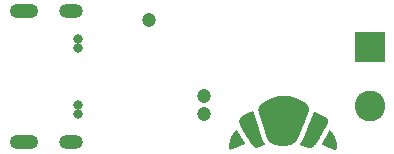
<source format=gbs>
G04*
G04 #@! TF.GenerationSoftware,Altium Limited,Altium Designer,20.1.12 (249)*
G04*
G04 Layer_Color=16711935*
%FSLAX25Y25*%
%MOIN*%
G70*
G04*
G04 #@! TF.SameCoordinates,107415BC-DFEE-44E7-A37C-D126963BBEB2*
G04*
G04*
G04 #@! TF.FilePolarity,Negative*
G04*
G01*
G75*
%ADD24C,0.04737*%
%ADD32O,0.09461X0.04737*%
%ADD33O,0.07887X0.04737*%
%ADD34C,0.10249*%
%ADD35R,0.10249X0.10249*%
%ADD36C,0.03162*%
%ADD46C,0.03556*%
G36*
X95872Y28502D02*
X96796D01*
Y28425D01*
X97182D01*
Y28348D01*
X97644D01*
Y28271D01*
X97875D01*
Y28194D01*
X98260D01*
Y28116D01*
X98492D01*
Y28039D01*
X98800D01*
Y27962D01*
X99031D01*
Y27885D01*
X99262D01*
Y27808D01*
X99493D01*
Y27731D01*
X99647D01*
Y27654D01*
X99879D01*
Y27577D01*
X100110D01*
Y27500D01*
X100264D01*
Y27423D01*
X100418D01*
Y27346D01*
X100572D01*
Y27269D01*
X100726D01*
Y27192D01*
X100880D01*
Y27115D01*
X101034D01*
Y27038D01*
X101188D01*
Y26961D01*
X101342D01*
Y26884D01*
X101497D01*
Y26807D01*
X101574D01*
Y26730D01*
X101728D01*
Y26652D01*
X101882D01*
Y26575D01*
X101959D01*
Y26498D01*
X102113D01*
Y26421D01*
X102190D01*
Y26344D01*
X102344D01*
Y26267D01*
X102421D01*
Y26190D01*
X102498D01*
Y26113D01*
X102652D01*
Y26036D01*
X102729D01*
Y25959D01*
X102806D01*
Y25882D01*
X102884D01*
Y25805D01*
X102961D01*
Y25728D01*
X103038D01*
Y25651D01*
X103115D01*
Y25574D01*
X103192D01*
Y25497D01*
X103269D01*
Y25420D01*
X103346D01*
Y25343D01*
X103423D01*
Y25265D01*
Y25188D01*
X103500D01*
Y25111D01*
X103577D01*
Y25034D01*
Y24957D01*
X103654D01*
Y24880D01*
Y24803D01*
X103731D01*
Y24726D01*
Y24649D01*
Y24572D01*
X103808D01*
Y24495D01*
Y24418D01*
Y24341D01*
Y24264D01*
Y24187D01*
Y24110D01*
Y24033D01*
Y23956D01*
Y23878D01*
Y23801D01*
Y23724D01*
Y23647D01*
X103731D01*
Y23570D01*
Y23493D01*
Y23416D01*
X103654D01*
Y23339D01*
Y23262D01*
Y23185D01*
Y23108D01*
X103577D01*
Y23031D01*
Y22954D01*
Y22877D01*
X103500D01*
Y22800D01*
Y22723D01*
X103423D01*
Y22646D01*
Y22569D01*
Y22491D01*
X103346D01*
Y22414D01*
Y22337D01*
X103269D01*
Y22260D01*
Y22183D01*
Y22106D01*
X103192D01*
Y22029D01*
Y21952D01*
X103115D01*
Y21875D01*
Y21798D01*
Y21721D01*
X103038D01*
Y21644D01*
Y21567D01*
Y21490D01*
X102961D01*
Y21413D01*
Y21336D01*
X102884D01*
Y21259D01*
Y21182D01*
Y21104D01*
X102806D01*
Y21027D01*
Y20950D01*
X102729D01*
Y20873D01*
Y20796D01*
X102652D01*
Y20719D01*
Y20642D01*
Y20565D01*
X102575D01*
Y20488D01*
Y20411D01*
X102498D01*
Y20334D01*
Y20257D01*
Y20180D01*
X102421D01*
Y20103D01*
Y20026D01*
X102344D01*
Y19949D01*
Y19872D01*
Y19795D01*
X102267D01*
Y19718D01*
Y19640D01*
X102190D01*
Y19564D01*
Y19486D01*
Y19409D01*
X102113D01*
Y19332D01*
Y19255D01*
X102036D01*
Y19178D01*
Y19101D01*
Y19024D01*
X101959D01*
Y18947D01*
Y18870D01*
X101882D01*
Y18793D01*
Y18716D01*
X101805D01*
Y18639D01*
Y18562D01*
Y18485D01*
X101728D01*
Y18408D01*
Y18331D01*
Y18253D01*
X101651D01*
Y18177D01*
Y18099D01*
X101574D01*
Y18022D01*
Y17945D01*
Y17868D01*
X101497D01*
Y17791D01*
Y17714D01*
X101420D01*
Y17637D01*
Y17560D01*
Y17483D01*
X101342D01*
Y17406D01*
Y17329D01*
X101265D01*
Y17252D01*
Y17175D01*
Y17098D01*
X101188D01*
Y17021D01*
Y16944D01*
X101111D01*
Y16867D01*
Y16790D01*
Y16713D01*
X101034D01*
Y16635D01*
Y16558D01*
X100957D01*
Y16481D01*
Y16404D01*
X100880D01*
Y16327D01*
Y16250D01*
Y16173D01*
X100803D01*
Y16096D01*
Y16019D01*
Y15942D01*
X100726D01*
Y15865D01*
Y15788D01*
X100649D01*
Y15711D01*
Y15634D01*
Y15557D01*
X100572D01*
Y15480D01*
Y15403D01*
X100495D01*
Y15326D01*
Y15248D01*
X100418D01*
Y15171D01*
Y15094D01*
X100341D01*
Y15017D01*
Y14940D01*
Y14863D01*
X100264D01*
Y14786D01*
Y14709D01*
X100187D01*
Y14632D01*
Y14555D01*
X100110D01*
Y14478D01*
Y14401D01*
X100033D01*
Y14324D01*
Y14247D01*
X99955D01*
Y14170D01*
X99879D01*
Y14093D01*
Y14016D01*
X99801D01*
Y13939D01*
Y13861D01*
X99724D01*
Y13784D01*
X99647D01*
Y13707D01*
Y13630D01*
X99570D01*
Y13553D01*
X99493D01*
Y13476D01*
X99416D01*
Y13399D01*
X99339D01*
Y13322D01*
X99262D01*
Y13245D01*
X99185D01*
Y13168D01*
X99108D01*
Y13091D01*
X99031D01*
Y13014D01*
X98954D01*
Y12937D01*
X98877D01*
Y12860D01*
X98800D01*
Y12783D01*
X98646D01*
Y12706D01*
X98492D01*
Y12629D01*
X98414D01*
Y12552D01*
X98260D01*
Y12474D01*
X98106D01*
Y12398D01*
X97952D01*
Y12320D01*
X97721D01*
Y12243D01*
X97490D01*
Y12166D01*
X97336D01*
Y12089D01*
X97027D01*
Y12012D01*
X96719D01*
Y11935D01*
X96257D01*
Y11858D01*
X95255D01*
Y11781D01*
X95024D01*
Y11858D01*
X93945D01*
Y11935D01*
X93406D01*
Y12012D01*
X93175D01*
Y12089D01*
X92790D01*
Y12166D01*
X92558D01*
Y12243D01*
X92327D01*
Y12320D01*
X92096D01*
Y12398D01*
X91865D01*
Y12474D01*
X91711D01*
Y12552D01*
X91557D01*
Y12629D01*
X91403D01*
Y12706D01*
X91249D01*
Y12783D01*
X91094D01*
Y12860D01*
X90940D01*
Y12937D01*
X90863D01*
Y13014D01*
X90786D01*
Y13091D01*
X90632D01*
Y13168D01*
X90555D01*
Y13245D01*
X90478D01*
Y13322D01*
X90401D01*
Y13399D01*
X90324D01*
Y13476D01*
Y13553D01*
X90247D01*
Y13630D01*
X90170D01*
Y13707D01*
X90093D01*
Y13784D01*
Y13861D01*
X90016D01*
Y13939D01*
Y14016D01*
X89938D01*
Y14093D01*
Y14170D01*
X89862D01*
Y14247D01*
Y14324D01*
X89784D01*
Y14401D01*
Y14478D01*
X89707D01*
Y14555D01*
Y14632D01*
Y14709D01*
X89630D01*
Y14786D01*
Y14863D01*
X89553D01*
Y14940D01*
Y15017D01*
Y15094D01*
X89476D01*
Y15171D01*
Y15248D01*
Y15326D01*
Y15403D01*
X89399D01*
Y15480D01*
Y15557D01*
Y15634D01*
X89322D01*
Y15711D01*
Y15788D01*
Y15865D01*
X89245D01*
Y15942D01*
Y16019D01*
Y16096D01*
X89168D01*
Y16173D01*
Y16250D01*
Y16327D01*
X89091D01*
Y16404D01*
Y16481D01*
Y16558D01*
X89014D01*
Y16635D01*
Y16713D01*
Y16790D01*
Y16867D01*
X88937D01*
Y16944D01*
Y17021D01*
Y17098D01*
X88860D01*
Y17175D01*
Y17252D01*
Y17329D01*
X88783D01*
Y17406D01*
Y17483D01*
Y17560D01*
Y17637D01*
X88706D01*
Y17714D01*
Y17791D01*
Y17868D01*
X88629D01*
Y17945D01*
Y18022D01*
Y18099D01*
X88552D01*
Y18177D01*
Y18253D01*
Y18331D01*
X88475D01*
Y18408D01*
Y18485D01*
Y18562D01*
X88398D01*
Y18639D01*
Y18716D01*
Y18793D01*
X88320D01*
Y18870D01*
Y18947D01*
Y19024D01*
Y19101D01*
X88243D01*
Y19178D01*
Y19255D01*
Y19332D01*
X88166D01*
Y19409D01*
Y19486D01*
Y19564D01*
X88089D01*
Y19640D01*
Y19718D01*
Y19795D01*
X88012D01*
Y19872D01*
Y19949D01*
Y20026D01*
X87935D01*
Y20103D01*
Y20180D01*
Y20257D01*
X87858D01*
Y20334D01*
Y20411D01*
Y20488D01*
Y20565D01*
X87781D01*
Y20642D01*
Y20719D01*
Y20796D01*
X87704D01*
Y20873D01*
Y20950D01*
Y21027D01*
X87627D01*
Y21104D01*
Y21182D01*
Y21259D01*
X87550D01*
Y21336D01*
Y21413D01*
Y21490D01*
X87473D01*
Y21567D01*
Y21644D01*
Y21721D01*
X87396D01*
Y21798D01*
Y21875D01*
Y21952D01*
Y22029D01*
X87319D01*
Y22106D01*
Y22183D01*
Y22260D01*
X87242D01*
Y22337D01*
Y22414D01*
Y22491D01*
X87165D01*
Y22569D01*
Y22646D01*
Y22723D01*
X87088D01*
Y22800D01*
Y22877D01*
X87011D01*
Y22954D01*
Y23031D01*
Y23108D01*
Y23185D01*
X86933D01*
Y23262D01*
Y23339D01*
Y23416D01*
Y23493D01*
X86856D01*
Y23570D01*
Y23647D01*
Y23724D01*
Y23801D01*
Y23878D01*
Y23956D01*
Y24033D01*
Y24110D01*
Y24187D01*
X86933D01*
Y24264D01*
Y24341D01*
Y24418D01*
Y24495D01*
X87011D01*
Y24572D01*
Y24649D01*
X87088D01*
Y24726D01*
Y24803D01*
X87165D01*
Y24880D01*
X87242D01*
Y24957D01*
Y25034D01*
X87319D01*
Y25111D01*
X87396D01*
Y25188D01*
X87473D01*
Y25265D01*
Y25343D01*
X87550D01*
Y25420D01*
X87627D01*
Y25497D01*
X87704D01*
Y25574D01*
X87781D01*
Y25651D01*
X87858D01*
Y25728D01*
X88012D01*
Y25805D01*
X88089D01*
Y25882D01*
X88166D01*
Y25959D01*
X88243D01*
Y26036D01*
X88320D01*
Y26113D01*
X88475D01*
Y26190D01*
X88552D01*
Y26267D01*
X88629D01*
Y26344D01*
X88783D01*
Y26421D01*
X88860D01*
Y26498D01*
X89014D01*
Y26575D01*
X89091D01*
Y26652D01*
X89245D01*
Y26730D01*
X89322D01*
Y26807D01*
X89476D01*
Y26884D01*
X89630D01*
Y26961D01*
X89707D01*
Y27038D01*
X89862D01*
Y27115D01*
X90016D01*
Y27192D01*
X90170D01*
Y27269D01*
X90324D01*
Y27346D01*
X90478D01*
Y27423D01*
X90632D01*
Y27500D01*
X90786D01*
Y27577D01*
X91017D01*
Y27654D01*
X91171D01*
Y27731D01*
X91325D01*
Y27808D01*
X91557D01*
Y27885D01*
X91788D01*
Y27962D01*
X92019D01*
Y28039D01*
X92250D01*
Y28116D01*
X92481D01*
Y28194D01*
X92867D01*
Y28271D01*
X93098D01*
Y28348D01*
X93560D01*
Y28425D01*
X93868D01*
Y28502D01*
X94793D01*
Y28579D01*
X95872D01*
Y28502D01*
D02*
G37*
G36*
X85238Y23416D02*
Y23339D01*
Y23262D01*
X85315D01*
Y23185D01*
Y23108D01*
Y23031D01*
Y22954D01*
X85392D01*
Y22877D01*
Y22800D01*
Y22723D01*
Y22646D01*
X85469D01*
Y22569D01*
Y22491D01*
Y22414D01*
X85546D01*
Y22337D01*
Y22260D01*
Y22183D01*
X85624D01*
Y22106D01*
Y22029D01*
Y21952D01*
X85701D01*
Y21875D01*
Y21798D01*
Y21721D01*
X85778D01*
Y21644D01*
Y21567D01*
Y21490D01*
X85855D01*
Y21413D01*
Y21336D01*
Y21259D01*
X85932D01*
Y21182D01*
Y21104D01*
Y21027D01*
Y20950D01*
X86009D01*
Y20873D01*
Y20796D01*
Y20719D01*
X86086D01*
Y20642D01*
Y20565D01*
Y20488D01*
X86163D01*
Y20411D01*
Y20334D01*
Y20257D01*
X86240D01*
Y20180D01*
Y20103D01*
Y20026D01*
X86317D01*
Y19949D01*
Y19872D01*
Y19795D01*
Y19718D01*
X86394D01*
Y19640D01*
Y19564D01*
X86471D01*
Y19486D01*
Y19409D01*
Y19332D01*
Y19255D01*
X86548D01*
Y19178D01*
Y19101D01*
Y19024D01*
X86625D01*
Y18947D01*
Y18870D01*
Y18793D01*
X86702D01*
Y18716D01*
Y18639D01*
Y18562D01*
Y18485D01*
X86779D01*
Y18408D01*
Y18331D01*
X86856D01*
Y18253D01*
Y18177D01*
Y18099D01*
Y18022D01*
X86933D01*
Y17945D01*
Y17868D01*
Y17791D01*
X87011D01*
Y17714D01*
Y17637D01*
Y17560D01*
X87088D01*
Y17483D01*
Y17406D01*
Y17329D01*
Y17252D01*
X87165D01*
Y17175D01*
Y17098D01*
X87242D01*
Y17021D01*
Y16944D01*
Y16867D01*
Y16790D01*
X87319D01*
Y16713D01*
Y16635D01*
X87396D01*
Y16558D01*
Y16481D01*
Y16404D01*
Y16327D01*
X87473D01*
Y16250D01*
Y16173D01*
Y16096D01*
X87550D01*
Y16019D01*
Y15942D01*
Y15865D01*
X87627D01*
Y15788D01*
Y15711D01*
Y15634D01*
Y15557D01*
X87704D01*
Y15480D01*
Y15403D01*
X87781D01*
Y15326D01*
Y15248D01*
Y15171D01*
Y15094D01*
X87858D01*
Y15017D01*
Y14940D01*
Y14863D01*
X87935D01*
Y14786D01*
Y14709D01*
Y14632D01*
X88012D01*
Y14555D01*
Y14478D01*
Y14401D01*
X88089D01*
Y14324D01*
Y14247D01*
Y14170D01*
X88166D01*
Y14093D01*
Y14016D01*
Y13939D01*
X88243D01*
Y13861D01*
Y13784D01*
X88320D01*
Y13707D01*
Y13630D01*
X88398D01*
Y13553D01*
Y13476D01*
X88475D01*
Y13399D01*
Y13322D01*
X88552D01*
Y13245D01*
Y13168D01*
X88629D01*
Y13091D01*
Y13014D01*
X88706D01*
Y12937D01*
Y12860D01*
X88783D01*
Y12783D01*
X88860D01*
Y12706D01*
X88937D01*
Y12629D01*
Y12552D01*
X89014D01*
Y12474D01*
X89091D01*
Y12398D01*
X89168D01*
Y12320D01*
X89245D01*
Y12243D01*
X89091D01*
Y12166D01*
X88937D01*
Y12089D01*
X88706D01*
Y12012D01*
X88552D01*
Y11935D01*
X88398D01*
Y11858D01*
X88166D01*
Y11781D01*
X88012D01*
Y11704D01*
X87781D01*
Y11627D01*
X87627D01*
Y11550D01*
X87396D01*
Y11473D01*
X87165D01*
Y11396D01*
X86856D01*
Y11319D01*
X85855D01*
Y11396D01*
X85701D01*
Y11473D01*
X85546D01*
Y11550D01*
X85469D01*
Y11627D01*
X85392D01*
Y11704D01*
X85238D01*
Y11781D01*
X85161D01*
Y11858D01*
X85084D01*
Y11935D01*
X85007D01*
Y12012D01*
X84930D01*
Y12089D01*
Y12166D01*
X84853D01*
Y12243D01*
X84776D01*
Y12320D01*
X84699D01*
Y12398D01*
X84622D01*
Y12474D01*
Y12552D01*
X84545D01*
Y12629D01*
X84468D01*
Y12706D01*
X84391D01*
Y12783D01*
Y12860D01*
X84314D01*
Y12937D01*
X84237D01*
Y13014D01*
Y13091D01*
X84159D01*
Y13168D01*
X84083D01*
Y13245D01*
Y13322D01*
X84005D01*
Y13399D01*
X83928D01*
Y13476D01*
Y13553D01*
X83851D01*
Y13630D01*
X83774D01*
Y13707D01*
Y13784D01*
X83697D01*
Y13861D01*
X83620D01*
Y13939D01*
Y14016D01*
X83543D01*
Y14093D01*
X83466D01*
Y14170D01*
Y14247D01*
X83389D01*
Y14324D01*
X83312D01*
Y14401D01*
Y14478D01*
X83235D01*
Y14555D01*
Y14632D01*
X83158D01*
Y14709D01*
X83081D01*
Y14786D01*
Y14863D01*
X83004D01*
Y14940D01*
X82927D01*
Y15017D01*
Y15094D01*
X82850D01*
Y15171D01*
Y15248D01*
X82773D01*
Y15326D01*
X82696D01*
Y15403D01*
Y15480D01*
X82618D01*
Y15557D01*
Y15634D01*
X82541D01*
Y15711D01*
X82464D01*
Y15788D01*
Y15865D01*
X82387D01*
Y15942D01*
X82310D01*
Y16019D01*
Y16096D01*
X82233D01*
Y16173D01*
Y16250D01*
X82156D01*
Y16327D01*
X82079D01*
Y16404D01*
Y16481D01*
X82002D01*
Y16558D01*
Y16635D01*
X81925D01*
Y16713D01*
X81848D01*
Y16790D01*
Y16867D01*
X81771D01*
Y16944D01*
Y17021D01*
X81694D01*
Y17098D01*
X81617D01*
Y17175D01*
Y17252D01*
X81540D01*
Y17329D01*
X81463D01*
Y17406D01*
Y17483D01*
X81386D01*
Y17560D01*
Y17637D01*
X81309D01*
Y17714D01*
Y17791D01*
X81231D01*
Y17868D01*
Y17945D01*
X81154D01*
Y18022D01*
Y18099D01*
X81077D01*
Y18177D01*
Y18253D01*
Y18331D01*
X81000D01*
Y18408D01*
Y18485D01*
X80923D01*
Y18562D01*
Y18639D01*
X80846D01*
Y18716D01*
Y18793D01*
Y18870D01*
X80769D01*
Y18947D01*
Y19024D01*
Y19101D01*
X80692D01*
Y19178D01*
Y19255D01*
X80615D01*
Y19332D01*
Y19409D01*
Y19486D01*
Y19564D01*
X80538D01*
Y19640D01*
Y19718D01*
Y19795D01*
Y19872D01*
Y19949D01*
Y20026D01*
Y20103D01*
Y20180D01*
Y20257D01*
Y20334D01*
Y20411D01*
Y20488D01*
Y20565D01*
Y20642D01*
X80615D01*
Y20719D01*
Y20796D01*
X80692D01*
Y20873D01*
Y20950D01*
X80769D01*
Y21027D01*
Y21104D01*
X80846D01*
Y21182D01*
X80923D01*
Y21259D01*
X81000D01*
Y21336D01*
X81077D01*
Y21413D01*
X81154D01*
Y21490D01*
X81231D01*
Y21567D01*
X81309D01*
Y21644D01*
X81463D01*
Y21721D01*
X81540D01*
Y21798D01*
X81617D01*
Y21875D01*
X81771D01*
Y21952D01*
X81925D01*
Y22029D01*
X82002D01*
Y22106D01*
X82156D01*
Y22183D01*
X82310D01*
Y22260D01*
X82464D01*
Y22337D01*
X82618D01*
Y22414D01*
X82696D01*
Y22491D01*
X82927D01*
Y22569D01*
X83081D01*
Y22646D01*
X83235D01*
Y22723D01*
X83389D01*
Y22800D01*
X83543D01*
Y22877D01*
X83774D01*
Y22954D01*
X83928D01*
Y23031D01*
X84159D01*
Y23108D01*
X84314D01*
Y23185D01*
X84545D01*
Y23262D01*
X84699D01*
Y23339D01*
X84930D01*
Y23416D01*
X85161D01*
Y23493D01*
X85238D01*
Y23416D01*
D02*
G37*
G36*
X105580Y23108D02*
X105735D01*
Y23031D01*
X105966D01*
Y22954D01*
X106120D01*
Y22877D01*
X106274D01*
Y22800D01*
X106505D01*
Y22723D01*
X106659D01*
Y22646D01*
X106890D01*
Y22569D01*
X106967D01*
Y22491D01*
X107199D01*
Y22414D01*
X107353D01*
Y22337D01*
X107507D01*
Y22260D01*
X107661D01*
Y22183D01*
X107815D01*
Y22106D01*
X108046D01*
Y22029D01*
X108123D01*
Y21952D01*
X108277D01*
Y21875D01*
X108431D01*
Y21798D01*
X108586D01*
Y21721D01*
X108740D01*
Y21644D01*
X108817D01*
Y21567D01*
X108971D01*
Y21490D01*
X109125D01*
Y21413D01*
X109202D01*
Y21336D01*
X109356D01*
Y21259D01*
X109433D01*
Y21182D01*
X109587D01*
Y21104D01*
X109664D01*
Y21027D01*
X109741D01*
Y20950D01*
X109818D01*
Y20873D01*
X109895D01*
Y20796D01*
X109973D01*
Y20719D01*
X110049D01*
Y20642D01*
Y20565D01*
X110127D01*
Y20488D01*
Y20411D01*
X110204D01*
Y20334D01*
Y20257D01*
Y20180D01*
Y20103D01*
Y20026D01*
Y19949D01*
Y19872D01*
Y19795D01*
X110127D01*
Y19718D01*
Y19640D01*
X110049D01*
Y19564D01*
Y19486D01*
Y19409D01*
X109973D01*
Y19332D01*
Y19255D01*
X109895D01*
Y19178D01*
Y19101D01*
X109818D01*
Y19024D01*
Y18947D01*
X109741D01*
Y18870D01*
Y18793D01*
X109664D01*
Y18716D01*
Y18639D01*
X109587D01*
Y18562D01*
X109510D01*
Y18485D01*
Y18408D01*
X109433D01*
Y18331D01*
Y18253D01*
X109356D01*
Y18177D01*
Y18099D01*
X109279D01*
Y18022D01*
Y17945D01*
X109202D01*
Y17868D01*
X109125D01*
Y17791D01*
Y17714D01*
X109048D01*
Y17637D01*
Y17560D01*
X108971D01*
Y17483D01*
Y17406D01*
X108894D01*
Y17329D01*
Y17252D01*
X108817D01*
Y17175D01*
Y17098D01*
X108740D01*
Y17021D01*
Y16944D01*
X108663D01*
Y16867D01*
X108586D01*
Y16790D01*
Y16713D01*
X108509D01*
Y16635D01*
Y16558D01*
X108431D01*
Y16481D01*
Y16404D01*
X108354D01*
Y16327D01*
Y16250D01*
X108277D01*
Y16173D01*
X108200D01*
Y16096D01*
Y16019D01*
X108123D01*
Y15942D01*
Y15865D01*
X108046D01*
Y15788D01*
Y15711D01*
X107969D01*
Y15634D01*
Y15557D01*
X107892D01*
Y15480D01*
X107815D01*
Y15403D01*
Y15326D01*
X107738D01*
Y15248D01*
Y15171D01*
X107661D01*
Y15094D01*
Y15017D01*
X107584D01*
Y14940D01*
Y14863D01*
X107507D01*
Y14786D01*
Y14709D01*
X107430D01*
Y14632D01*
Y14555D01*
X107353D01*
Y14478D01*
X107276D01*
Y14401D01*
Y14324D01*
X107199D01*
Y14247D01*
Y14170D01*
X107122D01*
Y14093D01*
Y14016D01*
X107044D01*
Y13939D01*
Y13861D01*
X106967D01*
Y13784D01*
X106890D01*
Y13707D01*
Y13630D01*
X106813D01*
Y13553D01*
Y13476D01*
X106736D01*
Y13399D01*
Y13322D01*
X106659D01*
Y13245D01*
Y13168D01*
X106582D01*
Y13091D01*
X106505D01*
Y13014D01*
X106428D01*
Y12937D01*
Y12860D01*
X106351D01*
Y12783D01*
X106274D01*
Y12706D01*
X106197D01*
Y12629D01*
X106120D01*
Y12552D01*
Y12474D01*
X106043D01*
Y12398D01*
X105966D01*
Y12320D01*
X105889D01*
Y12243D01*
X105812D01*
Y12166D01*
X105735D01*
Y12089D01*
X105657D01*
Y12012D01*
X105580D01*
Y11935D01*
X105503D01*
Y11858D01*
X105426D01*
Y11781D01*
X105349D01*
Y11704D01*
X105272D01*
Y11627D01*
X105118D01*
Y11550D01*
X105041D01*
Y11473D01*
X104887D01*
Y11396D01*
X104733D01*
Y11319D01*
X104502D01*
Y11242D01*
X103423D01*
Y11319D01*
X103038D01*
Y11396D01*
X102729D01*
Y11473D01*
X102498D01*
Y11550D01*
X102190D01*
Y11627D01*
X102036D01*
Y11704D01*
X101805D01*
Y11781D01*
X101574D01*
Y11858D01*
X101420D01*
Y11935D01*
X101188D01*
Y12012D01*
X101034D01*
Y12089D01*
X100803D01*
Y12166D01*
X100649D01*
Y12243D01*
X100572D01*
Y12320D01*
X100649D01*
Y12398D01*
X100726D01*
Y12474D01*
Y12552D01*
X100803D01*
Y12629D01*
X100880D01*
Y12706D01*
X100957D01*
Y12783D01*
X101034D01*
Y12860D01*
Y12937D01*
X101111D01*
Y13014D01*
X101188D01*
Y13091D01*
Y13168D01*
X101265D01*
Y13245D01*
X101342D01*
Y13322D01*
Y13399D01*
X101420D01*
Y13476D01*
Y13553D01*
X101497D01*
Y13630D01*
Y13707D01*
X101574D01*
Y13784D01*
Y13861D01*
X101651D01*
Y13939D01*
Y14016D01*
X101728D01*
Y14093D01*
Y14170D01*
X101805D01*
Y14247D01*
Y14324D01*
X101882D01*
Y14401D01*
Y14478D01*
X101959D01*
Y14555D01*
Y14632D01*
Y14709D01*
X102036D01*
Y14786D01*
Y14863D01*
X102113D01*
Y14940D01*
Y15017D01*
X102190D01*
Y15094D01*
Y15171D01*
Y15248D01*
X102267D01*
Y15326D01*
Y15403D01*
X102344D01*
Y15480D01*
Y15557D01*
Y15634D01*
X102421D01*
Y15711D01*
Y15788D01*
X102498D01*
Y15865D01*
Y15942D01*
Y16019D01*
X102575D01*
Y16096D01*
Y16173D01*
X102652D01*
Y16250D01*
Y16327D01*
Y16404D01*
X102729D01*
Y16481D01*
Y16558D01*
X102806D01*
Y16635D01*
Y16713D01*
Y16790D01*
X102884D01*
Y16867D01*
Y16944D01*
X102961D01*
Y17021D01*
Y17098D01*
Y17175D01*
X103038D01*
Y17252D01*
Y17329D01*
X103115D01*
Y17406D01*
Y17483D01*
Y17560D01*
X103192D01*
Y17637D01*
Y17714D01*
X103269D01*
Y17791D01*
Y17868D01*
Y17945D01*
X103346D01*
Y18022D01*
Y18099D01*
X103423D01*
Y18177D01*
Y18253D01*
Y18331D01*
X103500D01*
Y18408D01*
Y18485D01*
X103577D01*
Y18562D01*
Y18639D01*
Y18716D01*
X103654D01*
Y18793D01*
Y18870D01*
X103731D01*
Y18947D01*
Y19024D01*
X103808D01*
Y19101D01*
Y19178D01*
Y19255D01*
X103885D01*
Y19332D01*
Y19409D01*
Y19486D01*
X103962D01*
Y19564D01*
Y19640D01*
X104039D01*
Y19718D01*
Y19795D01*
X104116D01*
Y19872D01*
Y19949D01*
Y20026D01*
X104193D01*
Y20103D01*
Y20180D01*
X104271D01*
Y20257D01*
Y20334D01*
Y20411D01*
X104348D01*
Y20488D01*
Y20565D01*
X104425D01*
Y20642D01*
Y20719D01*
Y20796D01*
X104502D01*
Y20873D01*
Y20950D01*
X104579D01*
Y21027D01*
Y21104D01*
Y21182D01*
X104656D01*
Y21259D01*
Y21336D01*
X104733D01*
Y21413D01*
Y21490D01*
Y21567D01*
X104810D01*
Y21644D01*
Y21721D01*
X104887D01*
Y21798D01*
Y21875D01*
Y21952D01*
X104964D01*
Y22029D01*
Y22106D01*
X105041D01*
Y22183D01*
Y22260D01*
Y22337D01*
X105118D01*
Y22414D01*
Y22491D01*
Y22569D01*
X105195D01*
Y22646D01*
Y22723D01*
Y22800D01*
X105272D01*
Y22877D01*
Y22954D01*
Y23031D01*
X105349D01*
Y23108D01*
Y23185D01*
X105580D01*
Y23108D01*
D02*
G37*
G36*
X79768Y17175D02*
Y17098D01*
X79844D01*
Y17021D01*
Y16944D01*
X79922D01*
Y16867D01*
Y16790D01*
X79999D01*
Y16713D01*
Y16635D01*
X80076D01*
Y16558D01*
Y16481D01*
X80153D01*
Y16404D01*
X80230D01*
Y16327D01*
Y16250D01*
X80307D01*
Y16173D01*
X80384D01*
Y16096D01*
Y16019D01*
X80461D01*
Y15942D01*
Y15865D01*
X80538D01*
Y15788D01*
X80615D01*
Y15711D01*
Y15634D01*
X80692D01*
Y15557D01*
Y15480D01*
X80769D01*
Y15403D01*
X80846D01*
Y15326D01*
Y15248D01*
X80923D01*
Y15171D01*
Y15094D01*
X81000D01*
Y15017D01*
X81077D01*
Y14940D01*
Y14863D01*
X81154D01*
Y14786D01*
Y14709D01*
X81231D01*
Y14632D01*
X81309D01*
Y14555D01*
Y14478D01*
X81386D01*
Y14401D01*
X81463D01*
Y14324D01*
Y14247D01*
X81540D01*
Y14170D01*
Y14093D01*
X81617D01*
Y14016D01*
X81694D01*
Y13939D01*
Y13861D01*
X81771D01*
Y13784D01*
X81848D01*
Y13707D01*
Y13630D01*
X81925D01*
Y13553D01*
Y13476D01*
X82002D01*
Y13399D01*
X82079D01*
Y13322D01*
Y13245D01*
X82156D01*
Y13168D01*
X82233D01*
Y13091D01*
Y13014D01*
X82310D01*
Y12937D01*
X82387D01*
Y12860D01*
Y12783D01*
X82464D01*
Y12706D01*
X82541D01*
Y12629D01*
Y12552D01*
X82464D01*
Y12474D01*
X82233D01*
Y12398D01*
X82079D01*
Y12320D01*
X81848D01*
Y12243D01*
X81694D01*
Y12166D01*
X81540D01*
Y12089D01*
X81309D01*
Y12012D01*
X81154D01*
Y11935D01*
X80923D01*
Y11858D01*
X80769D01*
Y11781D01*
X80538D01*
Y11704D01*
X80384D01*
Y11627D01*
X80230D01*
Y11550D01*
X79999D01*
Y11473D01*
X79844D01*
Y11396D01*
X79690D01*
Y11319D01*
X79459D01*
Y11242D01*
X79305D01*
Y11165D01*
X79074D01*
Y11088D01*
X78920D01*
Y11011D01*
X78689D01*
Y10933D01*
X78535D01*
Y10856D01*
X78303D01*
Y10779D01*
X78072D01*
Y10702D01*
X77841D01*
Y10625D01*
X77302D01*
Y10702D01*
Y10779D01*
Y10856D01*
X77225D01*
Y10933D01*
Y11011D01*
Y11088D01*
Y11165D01*
Y11242D01*
Y11319D01*
Y11396D01*
Y11473D01*
X77148D01*
Y11550D01*
Y11627D01*
Y11704D01*
Y11781D01*
Y11858D01*
Y11935D01*
Y12012D01*
Y12089D01*
Y12166D01*
Y12243D01*
X77225D01*
Y12320D01*
Y12398D01*
Y12474D01*
Y12552D01*
Y12629D01*
Y12706D01*
Y12783D01*
Y12860D01*
Y12937D01*
X77302D01*
Y13014D01*
Y13091D01*
Y13168D01*
Y13245D01*
Y13322D01*
X77379D01*
Y13399D01*
Y13476D01*
Y13553D01*
Y13630D01*
X77456D01*
Y13707D01*
Y13784D01*
Y13861D01*
Y13939D01*
X77533D01*
Y14016D01*
Y14093D01*
Y14170D01*
X77610D01*
Y14247D01*
Y14324D01*
Y14401D01*
X77687D01*
Y14478D01*
Y14555D01*
X77764D01*
Y14632D01*
Y14709D01*
Y14786D01*
X77841D01*
Y14863D01*
Y14940D01*
X77918D01*
Y15017D01*
Y15094D01*
X77995D01*
Y15171D01*
Y15248D01*
X78072D01*
Y15326D01*
X78149D01*
Y15403D01*
Y15480D01*
X78226D01*
Y15557D01*
Y15634D01*
X78303D01*
Y15711D01*
X78381D01*
Y15788D01*
Y15865D01*
X78458D01*
Y15942D01*
X78535D01*
Y16019D01*
Y16096D01*
X78612D01*
Y16173D01*
X78689D01*
Y16250D01*
X78766D01*
Y16327D01*
X78843D01*
Y16404D01*
Y16481D01*
X78920D01*
Y16558D01*
X78997D01*
Y16635D01*
X79074D01*
Y16713D01*
X79151D01*
Y16790D01*
X79228D01*
Y16867D01*
X79305D01*
Y16944D01*
X79382D01*
Y17021D01*
X79459D01*
Y17098D01*
X79613D01*
Y17175D01*
X79690D01*
Y17252D01*
X79768D01*
Y17175D01*
D02*
G37*
G36*
X110666Y17021D02*
X110743D01*
Y16944D01*
X110897D01*
Y16867D01*
Y16790D01*
X111051D01*
Y16713D01*
X111128D01*
Y16635D01*
X111205D01*
Y16558D01*
X111282D01*
Y16481D01*
Y16404D01*
X111360D01*
Y16327D01*
X111436D01*
Y16250D01*
X111514D01*
Y16173D01*
X111591D01*
Y16096D01*
X111668D01*
Y16019D01*
Y15942D01*
X111745D01*
Y15865D01*
X111822D01*
Y15788D01*
X111899D01*
Y15711D01*
Y15634D01*
X111976D01*
Y15557D01*
X112053D01*
Y15480D01*
Y15403D01*
X112130D01*
Y15326D01*
Y15248D01*
X112207D01*
Y15171D01*
Y15094D01*
X112284D01*
Y15017D01*
Y14940D01*
X112361D01*
Y14863D01*
Y14786D01*
X112438D01*
Y14709D01*
Y14632D01*
X112515D01*
Y14555D01*
Y14478D01*
X112592D01*
Y14401D01*
Y14324D01*
Y14247D01*
X112669D01*
Y14170D01*
Y14093D01*
Y14016D01*
X112746D01*
Y13939D01*
Y13861D01*
Y13784D01*
X112823D01*
Y13707D01*
Y13630D01*
Y13553D01*
Y13476D01*
Y13399D01*
X112900D01*
Y13322D01*
Y13245D01*
Y13168D01*
Y13091D01*
X112978D01*
Y13014D01*
Y12937D01*
Y12860D01*
Y12783D01*
Y12706D01*
Y12629D01*
Y12552D01*
Y12474D01*
Y12398D01*
X113055D01*
Y12320D01*
Y12243D01*
Y12166D01*
Y12089D01*
Y12012D01*
Y11935D01*
Y11858D01*
Y11781D01*
Y11704D01*
Y11627D01*
Y11550D01*
Y11473D01*
Y11396D01*
Y11319D01*
X112978D01*
Y11242D01*
Y11165D01*
Y11088D01*
Y11011D01*
Y10933D01*
Y10856D01*
Y10779D01*
X112900D01*
Y10702D01*
Y10625D01*
Y10548D01*
X112823D01*
Y10471D01*
Y10394D01*
X112592D01*
Y10471D01*
X112284D01*
Y10548D01*
X112053D01*
Y10625D01*
X111822D01*
Y10702D01*
X111591D01*
Y10779D01*
X111436D01*
Y10856D01*
X111205D01*
Y10933D01*
X111051D01*
Y11011D01*
X110820D01*
Y11088D01*
X110666D01*
Y11165D01*
X110512D01*
Y11242D01*
X110281D01*
Y11319D01*
X110127D01*
Y11396D01*
X109973D01*
Y11473D01*
X109741D01*
Y11550D01*
X109587D01*
Y11627D01*
X109433D01*
Y11704D01*
X109202D01*
Y11781D01*
X109048D01*
Y11858D01*
X108817D01*
Y11935D01*
X108663D01*
Y12012D01*
X108509D01*
Y12089D01*
X108277D01*
Y12166D01*
X108123D01*
Y12243D01*
X107969D01*
Y12320D01*
X108046D01*
Y12398D01*
Y12474D01*
X108123D01*
Y12552D01*
Y12629D01*
X108200D01*
Y12706D01*
Y12783D01*
X108277D01*
Y12860D01*
X108354D01*
Y12937D01*
Y13014D01*
X108431D01*
Y13091D01*
Y13168D01*
X108509D01*
Y13245D01*
Y13322D01*
X108586D01*
Y13399D01*
Y13476D01*
X108663D01*
Y13553D01*
X108740D01*
Y13630D01*
Y13707D01*
X108817D01*
Y13784D01*
Y13861D01*
X108894D01*
Y13939D01*
Y14016D01*
X108971D01*
Y14093D01*
Y14170D01*
X109048D01*
Y14247D01*
Y14324D01*
X109125D01*
Y14401D01*
X109202D01*
Y14478D01*
Y14555D01*
X109279D01*
Y14632D01*
Y14709D01*
X109356D01*
Y14786D01*
Y14863D01*
X109433D01*
Y14940D01*
Y15017D01*
X109510D01*
Y15094D01*
Y15171D01*
X109587D01*
Y15248D01*
X109664D01*
Y15326D01*
Y15403D01*
X109741D01*
Y15480D01*
Y15557D01*
X109818D01*
Y15634D01*
Y15711D01*
X109895D01*
Y15788D01*
Y15865D01*
X109973D01*
Y15942D01*
X110049D01*
Y16019D01*
Y16096D01*
X110127D01*
Y16173D01*
Y16250D01*
X110204D01*
Y16327D01*
Y16404D01*
X110281D01*
Y16481D01*
Y16558D01*
X110358D01*
Y16635D01*
Y16713D01*
X110435D01*
Y16790D01*
X110512D01*
Y16867D01*
Y16944D01*
X110589D01*
Y17021D01*
Y17098D01*
X110666D01*
Y17021D01*
D02*
G37*
D24*
X68800Y22500D02*
D03*
X68900Y28500D02*
D03*
X50400Y53800D02*
D03*
D32*
X8626Y13051D02*
D03*
Y56949D02*
D03*
D33*
X24374Y13051D02*
D03*
Y56949D02*
D03*
D34*
X123937Y25157D02*
D03*
D35*
Y44842D02*
D03*
D36*
X26600Y44350D02*
D03*
Y47500D02*
D03*
Y25650D02*
D03*
Y22500D02*
D03*
D46*
X50400Y53800D02*
D03*
X68800Y22500D02*
D03*
X68900Y28500D02*
D03*
M02*

</source>
